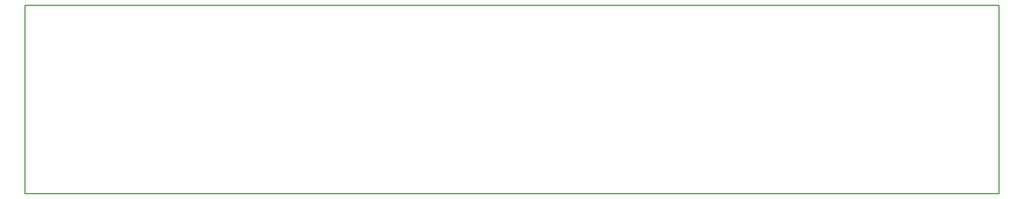
<source format=gbr>
G04 #@! TF.FileFunction,Profile,NP*
%FSLAX46Y46*%
G04 Gerber Fmt 4.6, Leading zero omitted, Abs format (unit mm)*
G04 Created by KiCad (PCBNEW 4.0.4-stable) date 05/23/17 19:50:49*
%MOMM*%
%LPD*%
G01*
G04 APERTURE LIST*
%ADD10C,0.050000*%
%ADD11C,0.150000*%
G04 APERTURE END LIST*
D10*
D11*
X70000000Y-85000000D02*
X70000000Y-115000000D01*
X225000000Y-85000000D02*
X70000000Y-85000000D01*
X225000000Y-115000000D02*
X225000000Y-85000000D01*
X70000000Y-115000000D02*
X225000000Y-115000000D01*
M02*

</source>
